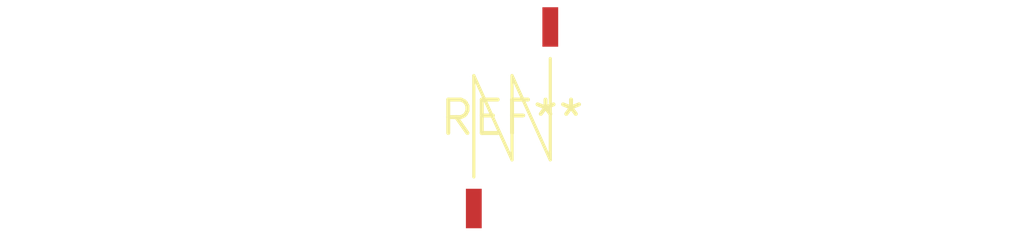
<source format=kicad_pcb>
(kicad_pcb (version 20240108) (generator pcbnew)
  (layers (0 "F.Cu" signal) (31 "B.Cu" signal) (34 "B.Paste" user) (35 "F.Paste" user) (36 "B.SilkS" user "B.Silkscreen") (37 "F.SilkS" user "F.Silkscreen") (38 "B.Mask" user) (39 "F.Mask" user) (44 "Edge.Cuts" user))
  (net 0 "")
  (footprint "L_Neosid_Air-Coil_SML_2turn_HDM0231A" (layer "F.Cu") (at 0 0)
    (property "Reference" "REF**")
    (property "Value" "L_Neosid_Air-Coil_SML_2turn_HDM0231A")
    (fp_line (start -1.45 -1.6) (end -1.45 2.25) (layer "F.SilkS") (stroke (width 0.12)))
    (fp_line (start -1.45 -1.6) (end 0 1.6) (layer "F.SilkS") (stroke (width 0.12)))
    (fp_line (start 0 -1.6) (end 0 1.6) (layer "F.SilkS") (stroke (width 0.12)))
    (fp_line (start 0 -1.6) (end 1.45 1.6) (layer "F.SilkS") (stroke (width 0.12)))
    (fp_line (start 1.45 1.6) (end 1.45 -2.25) (layer "F.SilkS") (stroke (width 0.12)))
    (pad "1" smd rect (at -1.45 3.45) (size 0.6 1.5) (layers "F.Cu" "F.Paste" "F.Mask"))
    (pad "2" smd rect (at 1.45 -3.45) (size 0.6 1.5) (layers "F.Cu" "F.Paste" "F.Mask"))
  )
)
</source>
